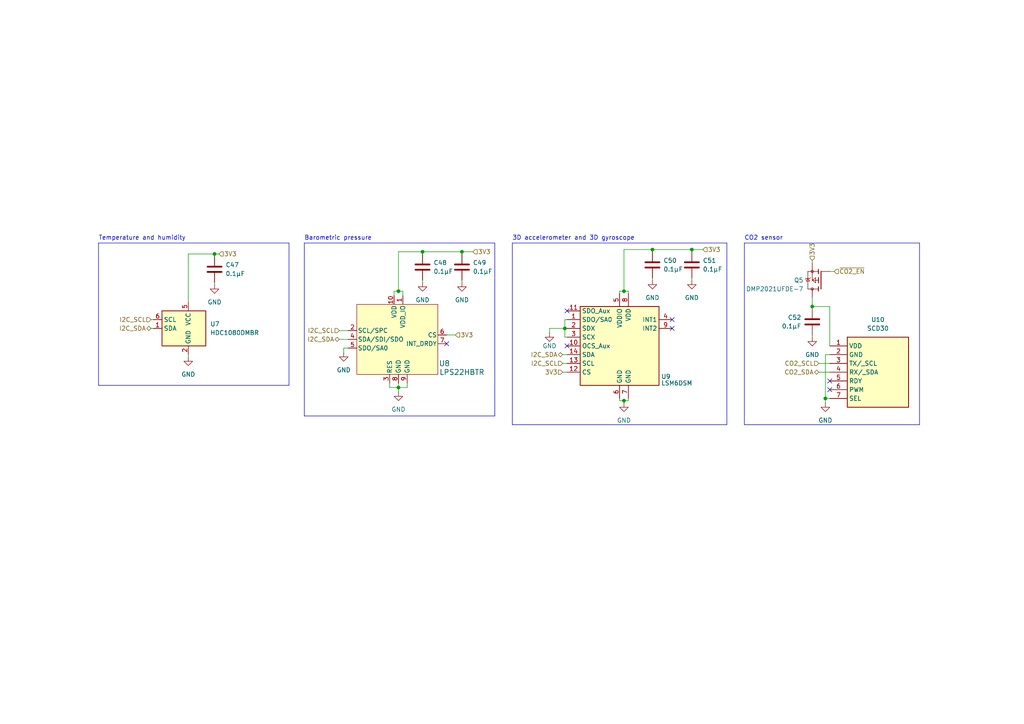
<source format=kicad_sch>
(kicad_sch (version 20230121) (generator eeschema)
  (paper "A4")
  (lib_symbols
    (symbol "DMP2066UFDE-7:DMP2066UFDE-7" (pin_numbers hide) (pin_names (offset 1.016) hide)
      (property "Reference" "Q" (at 5.715 0 0))
      (property "Value" "DMP2066UFDE-7" (at 5.715 -1.905 0))
      (symbol "DMP2066UFDE-7_0_0"
        (polyline (pts (xy 0 -2.54) (xy 0 2.54)) (stroke (width 0.254)))
        (polyline (pts (xy 0.762 -3.175) (xy 0.762 -2.54)) (stroke (width 0.254)))
        (polyline (pts (xy 0.762 -2.54) (xy 0.762 -1.905)) (stroke (width 0.254)))
        (polyline (pts (xy 0.762 -2.54) (xy 3.81 -2.54)) (stroke (width 0.1524)))
        (polyline (pts (xy 0.762 -0.762) (xy 0.762 0)) (stroke (width 0.254)))
        (polyline (pts (xy 0.762 0) (xy 0.762 0.762)) (stroke (width 0.254)))
        (polyline (pts (xy 0.762 0) (xy 2.54 0)) (stroke (width 0.1524)))
        (polyline (pts (xy 0.762 1.905) (xy 0.762 2.54)) (stroke (width 0.254)))
        (polyline (pts (xy 0.762 2.54) (xy 0.762 3.175)) (stroke (width 0.254)))
        (polyline (pts (xy 2.54 0) (xy 2.54 2.54)) (stroke (width 0.1524)))
        (polyline (pts (xy 2.54 2.54) (xy 0.762 2.54)) (stroke (width 0.1524)))
        (polyline (pts (xy 2.54 2.54) (xy 3.81 2.54)) (stroke (width 0.1524)))
        (polyline (pts (xy 3.048 0.762) (xy 3.302 0.508)) (stroke (width 0.1524)))
        (polyline (pts (xy 3.302 0.508) (xy 3.81 0.508)) (stroke (width 0.1524)))
        (polyline (pts (xy 3.81 -2.54) (xy 3.81 0.508)) (stroke (width 0.1524)))
        (polyline (pts (xy 3.81 0.508) (xy 3.81 2.54)) (stroke (width 0.1524)))
        (polyline (pts (xy 3.81 0.508) (xy 4.318 0.508)) (stroke (width 0.1524)))
        (polyline (pts (xy 4.318 0.508) (xy 4.572 0.254)) (stroke (width 0.1524)))
        (polyline (pts (xy 2.54 0) (xy 1.524 0.762) (xy 1.524 -0.762) (xy 2.54 0)) (stroke (width 0.1524)) (fill (type background)))
        (polyline (pts (xy 3.81 0.508) (xy 4.318 -0.254) (xy 3.302 -0.254) (xy 3.81 0.508)) (stroke (width 0.1524)) (fill (type background)))
        (circle (center 2.54 -2.54) (radius 0.3556))
        (circle (center 2.54 2.54) (radius 0.3556))
        (pin passive line (at 2.54 -5.08 90) (length 2.54) (name "~") (number "1"))
        (pin passive line (at 2.54 -5.08 90) (length 2.54) (name "~") (number "2"))
        (pin passive line (at -2.54 2.54 0) (length 2.54) (name "~") (number "3"))
        (pin passive line (at 2.54 5.08 270) (length 2.54) (name "~") (number "4"))
        (pin passive line (at 2.54 -5.08 90) (length 2.54) (name "~") (number "5"))
        (pin passive line (at 2.54 -5.08 90) (length 2.54) (name "~") (number "6"))
        (pin passive line (at 2.54 5.08 270) (length 2.54) (name "~") (number "7"))
      )
    )
    (symbol "Device:C" (pin_numbers hide) (pin_names (offset 0.254))
      (property "Reference" "C" (at 0.635 2.54 0))
      (property "Value" "C" (at 0.635 -2.54 0))
      (symbol "C_0_1"
        (polyline (pts (xy -2.032 -0.762) (xy 2.032 -0.762)) (stroke (width 0.508)))
        (polyline (pts (xy -2.032 0.762) (xy 2.032 0.762)) (stroke (width 0.508)))
      )
      (symbol "C_1_1"
        (pin passive line (at 0 3.81 270) (length 2.794) (name "~") (number "1"))
        (pin passive line (at 0 -3.81 90) (length 2.794) (name "~") (number "2"))
      )
    )
    (symbol "LPS22HBTR:LPS22HBTR" (pin_names (offset 0.254))
      (property "Reference" "U" (at 8.255 9.525 0))
      (property "Value" "LPS22HBTR" (at 8.255 6.985 0))
      (symbol "LPS22HBTR_0_1"
        (rectangle (start 7.62 5.08) (end 31.115 -15.24) (fill (type background)))
        (pin power_in line (at 20.955 7.62 270) (length 2.54) (name "VDD_IO") (number "1"))
        (pin power_in line (at 18.415 7.62 270) (length 2.54) (name "VDD") (number "10"))
        (pin bidirectional line (at 5.08 -2.54 0) (length 2.54) (name "SCL/SPC") (number "2"))
        (pin unspecified line (at 17.145 -17.78 90) (length 2.54) (name "RES") (number "3"))
        (pin bidirectional line (at 5.08 -5.08 0) (length 2.54) (name "SDA/SDI/SDO") (number "4"))
        (pin bidirectional line (at 5.08 -7.62 0) (length 2.54) (name "SDO/SA0") (number "5"))
        (pin bidirectional line (at 33.655 -3.81 180) (length 2.54) (name "CS") (number "6"))
        (pin bidirectional line (at 33.655 -6.35 180) (length 2.54) (name "INT_DRDY") (number "7"))
        (pin power_in line (at 19.685 -17.78 90) (length 2.54) (name "GND") (number "8"))
        (pin power_in line (at 22.225 -17.78 90) (length 2.54) (name "GND") (number "9"))
      )
    )
    (symbol "SCD30:SCD30"
      (property "Reference" "IC" (at 5.715 5.715 0))
      (property "Value" "SCD30" (at 7.62 3.81 0))
      (symbol "SCD30_1_1"
        (rectangle (start 5.08 2.54) (end 22.86 -17.78) (stroke (width 0.254)) (fill (type background)))
        (pin passive line (at 0 -15.24 0) (length 5.08) (name "VDD") (number "1"))
        (pin passive line (at 0 -12.7 0) (length 5.08) (name "GND") (number "2"))
        (pin passive line (at 0 -10.16 0) (length 5.08) (name "TX/_SCL") (number "3"))
        (pin passive line (at 0 -7.62 0) (length 5.08) (name "RX/_SDA") (number "4"))
        (pin passive line (at 0 -5.08 0) (length 5.08) (name "RDY") (number "5"))
        (pin passive line (at 0 -2.54 0) (length 5.08) (name "PWM") (number "6"))
        (pin passive line (at 0 0 0) (length 5.08) (name "SEL") (number "7"))
      )
    )
    (symbol "Sensor_Humidity:HDC1080"
      (property "Reference" "U" (at -6.35 6.35 0))
      (property "Value" "HDC1080" (at 3.81 6.35 0))
      (symbol "HDC1080_0_1"
        (rectangle (start -7.62 5.08) (end 5.08 -5.08) (stroke (width 0.254)) (fill (type background)))
      )
      (symbol "HDC1080_1_1"
        (pin bidirectional line (at 7.62 0 180) (length 2.54) (name "SDA") (number "1"))
        (pin power_in line (at -2.54 -7.62 90) (length 2.54) (name "GND") (number "2"))
        (pin no_connect line (at -7.62 0 0) (length 2.54) hide (name "NC") (number "3"))
        (pin no_connect line (at -7.62 -2.54 0) (length 2.54) hide (name "NC") (number "4"))
        (pin power_in line (at -2.54 7.62 270) (length 2.54) (name "VCC") (number "5"))
        (pin input line (at 7.62 2.54 180) (length 2.54) (name "SCL") (number "6"))
        (pin no_connect line (at -7.62 2.54 0) (length 2.54) hide (name "DAP") (number "7"))
      )
    )
    (symbol "Sensor_Motion:LSM6DSM"
      (property "Reference" "U" (at -11.43 15.24 0))
      (property "Value" "LSM6DSM" (at -11.43 12.7 0))
      (symbol "LSM6DSM_0_1"
        (rectangle (start 11.43 11.43) (end -11.43 -11.43) (stroke (width 0.254)) (fill (type background)))
      )
      (symbol "LSM6DSM_1_1"
        (pin bidirectional line (at -15.24 7.62 0) (length 3.81) (name "SDO/SA0") (number "1"))
        (pin passive line (at -15.24 0 0) (length 3.81) (name "OCS_Aux") (number "10"))
        (pin bidirectional line (at -15.24 10.16 0) (length 3.81) (name "SDO_Aux") (number "11"))
        (pin input line (at -15.24 -7.62 0) (length 3.81) (name "CS") (number "12"))
        (pin input line (at -15.24 -5.08 0) (length 3.81) (name "SCL") (number "13"))
        (pin bidirectional line (at -15.24 -2.54 0) (length 3.81) (name "SDA") (number "14"))
        (pin bidirectional line (at -15.24 5.08 0) (length 3.81) (name "SDX") (number "2"))
        (pin input line (at -15.24 2.54 0) (length 3.81) (name "SCX") (number "3"))
        (pin output line (at 15.24 7.62 180) (length 3.81) (name "INT1") (number "4"))
        (pin power_in line (at 0 15.24 270) (length 3.81) (name "VDDIO") (number "5"))
        (pin power_in line (at 0 -15.24 90) (length 3.81) (name "GND") (number "6"))
        (pin power_in line (at 2.54 -15.24 90) (length 3.81) (name "GND") (number "7"))
        (pin power_in line (at 2.54 15.24 270) (length 3.81) (name "VDD") (number "8"))
        (pin output line (at 15.24 5.08 180) (length 3.81) (name "INT2") (number "9"))
      )
    )
    (symbol "power:GND" (power) (pin_names (offset 0))
      (property "Value" "GND" (at 0 -3.81 0))
      (symbol "GND_0_1"
        (polyline (pts (xy 0 0) (xy 0 -1.27) (xy 1.27 -1.27) (xy 0 -2.54) (xy -1.27 -1.27) (xy 0 -1.27)))
      )
      (symbol "GND_1_1"
        (pin power_in line (at 0 0 270) (length 0) hide (name "GND") (number "1"))
      )
    )
  )
  (junction (at 62.23 73.66))
  (junction (at 115.57 112.395))
  (junction (at 180.975 84.455))
  (junction (at 133.985 73.025))
  (junction (at 235.585 88.9))
  (junction (at 122.555 73.025))
  (junction (at 200.66 72.39))
  (junction (at 163.83 95.25))
  (junction (at 115.57 84.455))
  (junction (at 239.395 115.57))
  (junction (at 189.23 72.39))
  (junction (at 180.975 116.205))
  (no_connect (at 164.465 90.17))
  (no_connect (at 240.665 110.49))
  (no_connect (at 164.465 100.33))
  (no_connect (at 194.945 95.25))
  (no_connect (at 194.945 92.71))
  (no_connect (at 240.665 113.03))
  (no_connect (at 129.54 99.695))
  (wire (pts (xy 122.555 73.025) (xy 133.985 73.025)))
  (wire (pts (xy 182.245 84.455) (xy 182.245 85.09)))
  (wire (pts (xy 189.23 72.39) (xy 200.66 72.39)))
  (polyline (pts (xy 148.59 70.485) (xy 148.59 123.19)))
  (wire (pts (xy 189.23 81.28) (xy 189.23 80.645)))
  (wire (pts (xy 116.84 84.455) (xy 116.84 85.725)))
  (wire (pts (xy 99.695 100.965) (xy 99.695 102.235)))
  (wire (pts (xy 239.395 102.87) (xy 239.395 115.57)))
  (wire (pts (xy 235.585 86.36) (xy 235.585 88.9)))
  (wire (pts (xy 240.665 115.57) (xy 239.395 115.57)))
  (wire (pts (xy 115.57 73.025) (xy 122.555 73.025)))
  (wire (pts (xy 159.385 96.52) (xy 159.385 95.25)))
  (polyline (pts (xy 28.575 70.485) (xy 83.82 70.485)))
  (wire (pts (xy 180.975 72.39) (xy 180.975 84.455)))
  (wire (pts (xy 54.61 103.505) (xy 54.61 102.87)))
  (wire (pts (xy 115.57 73.025) (xy 115.57 84.455)))
  (polyline (pts (xy 210.82 123.19) (xy 148.59 123.19)))
  (wire (pts (xy 179.705 115.57) (xy 179.705 116.205)))
  (wire (pts (xy 100.965 100.965) (xy 99.695 100.965)))
  (wire (pts (xy 98.425 95.885) (xy 100.965 95.885)))
  (polyline (pts (xy 266.7 123.19) (xy 215.9 123.19)))
  (wire (pts (xy 163.195 107.95) (xy 164.465 107.95)))
  (polyline (pts (xy 143.51 120.65) (xy 88.265 120.65)))
  (wire (pts (xy 163.83 95.25) (xy 163.83 92.71)))
  (wire (pts (xy 240.665 78.74) (xy 241.935 78.74)))
  (wire (pts (xy 133.985 81.915) (xy 133.985 81.28)))
  (wire (pts (xy 133.985 73.025) (xy 137.16 73.025)))
  (wire (pts (xy 180.975 116.205) (xy 182.245 116.205)))
  (wire (pts (xy 98.425 98.425) (xy 100.965 98.425)))
  (wire (pts (xy 180.975 116.205) (xy 180.975 116.84)))
  (polyline (pts (xy 143.51 70.485) (xy 143.51 120.65)))
  (polyline (pts (xy 210.82 70.485) (xy 210.82 123.19)))
  (wire (pts (xy 237.49 105.41) (xy 240.665 105.41)))
  (polyline (pts (xy 215.9 70.485) (xy 266.7 70.485)))
  (wire (pts (xy 114.3 85.725) (xy 114.3 84.455)))
  (wire (pts (xy 179.705 116.205) (xy 180.975 116.205)))
  (polyline (pts (xy 266.7 70.485) (xy 266.7 123.19)))
  (wire (pts (xy 43.815 92.71) (xy 44.45 92.71)))
  (wire (pts (xy 43.815 95.25) (xy 44.45 95.25)))
  (wire (pts (xy 159.385 95.25) (xy 163.83 95.25)))
  (wire (pts (xy 133.985 73.025) (xy 133.985 73.66)))
  (wire (pts (xy 163.195 102.87) (xy 164.465 102.87)))
  (wire (pts (xy 240.665 88.9) (xy 240.665 100.33)))
  (wire (pts (xy 235.585 89.535) (xy 235.585 88.9)))
  (polyline (pts (xy 215.9 70.485) (xy 215.9 123.19)))
  (wire (pts (xy 115.57 112.395) (xy 115.57 113.665)))
  (wire (pts (xy 62.23 82.55) (xy 62.23 81.915)))
  (wire (pts (xy 200.66 81.28) (xy 200.66 80.645)))
  (wire (pts (xy 115.57 112.395) (xy 118.11 112.395)))
  (wire (pts (xy 179.705 84.455) (xy 180.975 84.455)))
  (wire (pts (xy 182.245 115.57) (xy 182.245 116.205)))
  (wire (pts (xy 163.83 97.79) (xy 163.83 95.25)))
  (wire (pts (xy 122.555 81.915) (xy 122.555 81.28)))
  (wire (pts (xy 113.03 111.125) (xy 113.03 112.395)))
  (wire (pts (xy 235.585 97.79) (xy 235.585 97.155)))
  (polyline (pts (xy 88.265 70.485) (xy 88.265 120.65)))
  (wire (pts (xy 62.23 74.295) (xy 62.23 73.66)))
  (wire (pts (xy 115.57 84.455) (xy 116.84 84.455)))
  (wire (pts (xy 200.66 72.39) (xy 203.835 72.39)))
  (wire (pts (xy 239.395 115.57) (xy 239.395 116.84)))
  (wire (pts (xy 54.61 87.63) (xy 54.61 73.66)))
  (wire (pts (xy 189.23 73.025) (xy 189.23 72.39)))
  (wire (pts (xy 164.465 97.79) (xy 163.83 97.79)))
  (wire (pts (xy 129.54 97.155) (xy 132.08 97.155)))
  (wire (pts (xy 163.83 92.71) (xy 164.465 92.71)))
  (wire (pts (xy 180.975 72.39) (xy 189.23 72.39)))
  (wire (pts (xy 163.83 95.25) (xy 164.465 95.25)))
  (wire (pts (xy 163.195 105.41) (xy 164.465 105.41)))
  (polyline (pts (xy 88.265 70.485) (xy 143.51 70.485)))
  (wire (pts (xy 240.665 102.87) (xy 239.395 102.87)))
  (wire (pts (xy 122.555 73.66) (xy 122.555 73.025)))
  (wire (pts (xy 54.61 73.66) (xy 62.23 73.66)))
  (wire (pts (xy 113.03 112.395) (xy 115.57 112.395)))
  (wire (pts (xy 200.66 72.39) (xy 200.66 73.025)))
  (wire (pts (xy 237.49 107.95) (xy 240.665 107.95)))
  (polyline (pts (xy 83.82 111.76) (xy 28.575 111.76)))
  (wire (pts (xy 114.3 84.455) (xy 115.57 84.455)))
  (polyline (pts (xy 83.82 70.485) (xy 83.82 111.76)))
  (wire (pts (xy 235.585 75.565) (xy 235.585 76.2)))
  (polyline (pts (xy 28.575 70.485) (xy 28.575 111.76)))
  (wire (pts (xy 179.705 85.09) (xy 179.705 84.455)))
  (wire (pts (xy 235.585 88.9) (xy 240.665 88.9)))
  (wire (pts (xy 118.11 111.125) (xy 118.11 112.395)))
  (polyline (pts (xy 148.59 70.485) (xy 210.82 70.485)))
  (wire (pts (xy 115.57 111.125) (xy 115.57 112.395)))
  (wire (pts (xy 180.975 84.455) (xy 182.245 84.455)))
  (wire (pts (xy 62.23 73.66) (xy 63.5 73.66)))
  (text "Barometric pressure" (at 88.265 69.85 0) (effects (font (size 1.27 1.27)) (justify left bottom)))
  (text "Temperature and humidity" (at 28.575 69.85 0) (effects (font (size 1.27 1.27)) (justify left bottom)))
  (text "3D accelerometer and 3D gyroscope" (at 148.59 69.85 0) (effects (font (size 1.27 1.27)) (justify left bottom)))
  (text "CO2 sensor" (at 215.9 69.85 0) (effects (font (size 1.27 1.27)) (justify left bottom)))
  (hierarchical_label "I2C_SCL" (shape input) (at 43.815 92.71 180))
  (hierarchical_label "~{CO2_EN}" (shape input) (at 241.935 78.74 0))
  (hierarchical_label "3V3" (shape input) (at 137.16 73.025 0))
  (hierarchical_label "3V3" (shape input) (at 132.08 97.155 0))
  (hierarchical_label "3V3" (shape input) (at 63.5 73.66 0))
  (hierarchical_label "CO2_SDA" (shape bidirectional) (at 237.49 107.95 180))
  (hierarchical_label "3V3" (shape input) (at 235.585 75.565 90))
  (hierarchical_label "3V3" (shape input) (at 203.835 72.39 0))
  (hierarchical_label "I2C_SDA" (shape bidirectional) (at 43.815 95.25 180))
  (hierarchical_label "I2C_SCL" (shape input) (at 163.195 105.41 180))
  (hierarchical_label "I2C_SDA" (shape bidirectional) (at 98.425 98.425 180))
  (hierarchical_label "3V3" (shape input) (at 163.195 107.95 180))
  (hierarchical_label "I2C_SCL" (shape input) (at 98.425 95.885 180))
  (hierarchical_label "I2C_SDA" (shape bidirectional) (at 163.195 102.87 180))
  (hierarchical_label "CO2_SCL" (shape input) (at 237.49 105.41 180))
  (symbol (lib_id "Device:C") (at 189.23 76.835 0) (unit 1)
    (property "Reference" "C50" (at 192.405 75.565 0) (effects (justify left)))
    (property "Value" "0.1µF" (at 192.405 78.105 0) (effects (justify left)))
    (property "Footprint" "Capacitor_SMD:C_0603_1608Metric" (effects hide))
    (property "JLCPCB" "C14663" (effects hide))
  )
  (symbol (lib_id "LPS22HBTR:LPS22HBTR") (at 95.885 93.345 0) (unit 1)
    (property "Reference" "U8" (at 128.905 105.41 0) (effects (font (size 1.524 1.524))))
    (property "Value" "LPS22HBTR" (at 133.985 107.95 0) (effects (font (size 1.524 1.524))))
    (property "Footprint" "LPS22HBTR:HLGA10_2X2_STM-L" (effects hide))
    (property "Datasheet" "LPS22HBTR" (effects hide))
  )
  (symbol (lib_id "Device:C") (at 235.585 93.345 0) (mirror y) (unit 1)
    (property "Reference" "C52" (at 232.41 92.075 0) (effects (justify left)))
    (property "Value" "0.1µF" (at 232.41 94.615 0) (effects (justify left)))
    (property "Footprint" "Capacitor_SMD:C_0603_1608Metric" (effects hide))
    (property "JLCPCB" "C14663" (effects hide))
  )
  (symbol (lib_id "power:GND") (at 122.555 81.915 0) (unit 1)
    (property "Reference" "#PWR073" (effects hide))
    (property "Value" "GND" (at 122.555 86.995 0))
  )
  (symbol (lib_id "power:GND") (at 159.385 96.52 0) (unit 1)
    (property "Reference" "#PWR075" (effects hide))
    (property "Value" "GND" (at 159.385 100.33 0))
  )
  (symbol (lib_id "Device:C") (at 122.555 77.47 0) (unit 1)
    (property "Reference" "C48" (at 125.73 76.2 0) (effects (justify left)))
    (property "Value" "0.1µF" (at 125.73 78.74 0) (effects (justify left)))
    (property "Footprint" "Capacitor_SMD:C_0603_1608Metric" (effects hide))
    (property "JLCPCB" "C14663" (effects hide))
  )
  (symbol (lib_id "power:GND") (at 99.695 102.235 0) (unit 1)
    (property "Reference" "#PWR0119" (effects hide))
    (property "Value" "GND" (at 99.695 107.315 0))
  )
  (symbol (lib_id "SCD30:SCD30") (at 240.665 115.57 0) (mirror x) (unit 1)
    (property "Reference" "U10" (at 254.635 92.71 0))
    (property "Value" "SCD30" (at 254.635 95.25 0))
    (property "Footprint" "SCD30:SCD30" (effects hide))
    (property "JLCPCB" "C1519271" (effects hide))
  )
  (symbol (lib_id "Sensor_Humidity:HDC1080") (at 52.07 95.25 0) (mirror y) (unit 1)
    (property "Reference" "U7" (at 60.96 93.9799 0) (effects (justify right)))
    (property "Value" "HDC1080DMBR" (at 60.96 96.5199 0) (effects (justify right)))
    (property "Footprint" "Package_SON:Texas_PWSON-N6" (effects hide))
    (property "Datasheet" "http://www.ti.com/lit/ds/symlink/hdc1080.pdf" (effects hide))
    (property "JLCPCB" "C82227" (effects hide))
  )
  (symbol (lib_id "power:GND") (at 235.585 97.79 0) (mirror y) (unit 1)
    (property "Reference" "#PWR079" (effects hide))
    (property "Value" "GND" (at 235.585 102.87 0))
  )
  (symbol (lib_id "DMP2066UFDE-7:DMP2066UFDE-7") (at 238.125 81.28 0) (mirror y) (unit 1)
    (property "Reference" "Q5" (at 233.045 81.28 0) (effects (justify left)))
    (property "Value" "DMP2021UFDE-7" (at 233.045 83.82 0) (effects (justify left)))
    (property "Footprint" "DMP2066UFDE-7:MOSFET_DMP2066UFDE-7" (effects hide))
    (property "JLCPCB" "C151459" (effects hide))
  )
  (symbol (lib_id "power:GND") (at 200.66 81.28 0) (unit 1)
    (property "Reference" "#PWR078" (effects hide))
    (property "Value" "GND" (at 200.66 86.36 0))
  )
  (symbol (lib_id "power:GND") (at 133.985 81.915 0) (unit 1)
    (property "Reference" "#PWR074" (effects hide))
    (property "Value" "GND" (at 133.985 86.995 0))
  )
  (symbol (lib_id "Device:C") (at 62.23 78.105 0) (unit 1)
    (property "Reference" "C47" (at 65.405 76.835 0) (effects (justify left)))
    (property "Value" "0.1µF" (at 65.405 79.375 0) (effects (justify left)))
    (property "Footprint" "Capacitor_SMD:C_0603_1608Metric" (effects hide))
    (property "JLCPCB" "C14663" (effects hide))
  )
  (symbol (lib_id "power:GND") (at 115.57 113.665 0) (unit 1)
    (property "Reference" "#PWR0117" (effects hide))
    (property "Value" "GND" (at 115.57 118.745 0))
  )
  (symbol (lib_id "Device:C") (at 133.985 77.47 0) (unit 1)
    (property "Reference" "C49" (at 137.16 76.2 0) (effects (justify left)))
    (property "Value" "0.1µF" (at 137.16 78.74 0) (effects (justify left)))
    (property "Footprint" "Capacitor_SMD:C_0603_1608Metric" (effects hide))
    (property "JLCPCB" "C14663" (effects hide))
  )
  (symbol (lib_id "power:GND") (at 54.61 103.505 0) (unit 1)
    (property "Reference" "#PWR069" (effects hide))
    (property "Value" "GND" (at 54.61 108.585 0))
  )
  (symbol (lib_id "power:GND") (at 189.23 81.28 0) (unit 1)
    (property "Reference" "#PWR077" (effects hide))
    (property "Value" "GND" (at 189.23 86.36 0))
  )
  (symbol (lib_id "Device:C") (at 200.66 76.835 0) (unit 1)
    (property "Reference" "C51" (at 203.835 75.565 0) (effects (justify left)))
    (property "Value" "0.1µF" (at 203.835 78.105 0) (effects (justify left)))
    (property "Footprint" "Capacitor_SMD:C_0603_1608Metric" (effects hide))
    (property "JLCPCB" "C14663" (effects hide))
  )
  (symbol (lib_id "Sensor_Motion:LSM6DSM") (at 179.705 100.33 0) (unit 1)
    (property "Reference" "U9" (at 191.77 109.22 0) (effects (justify left)))
    (property "Value" "LSM6DSM" (at 191.77 111.125 0) (effects (justify left)))
    (property "Footprint" "Package_LGA:LGA-14_3x2.5mm_P0.5mm_LayoutBorder3x4y" (effects hide))
    (property "Datasheet" "https://www.st.com/resource/en/datasheet/lsm6dsm.pdf" (effects hide))
    (property "JLCPCB" "C94048" (effects hide))
  )
  (symbol (lib_id "power:GND") (at 180.975 116.84 0) (unit 1)
    (property "Reference" "#PWR076" (effects hide))
    (property "Value" "GND" (at 180.975 121.92 0))
  )
  (symbol (lib_id "power:GND") (at 239.395 116.84 0) (unit 1)
    (property "Reference" "#PWR080" (effects hide))
    (property "Value" "GND" (at 239.395 121.92 0))
  )
  (symbol (lib_id "power:GND") (at 62.23 82.55 0) (unit 1)
    (property "Reference" "#PWR070" (effects hide))
    (property "Value" "GND" (at 62.23 87.63 0))
  )
)
</source>
